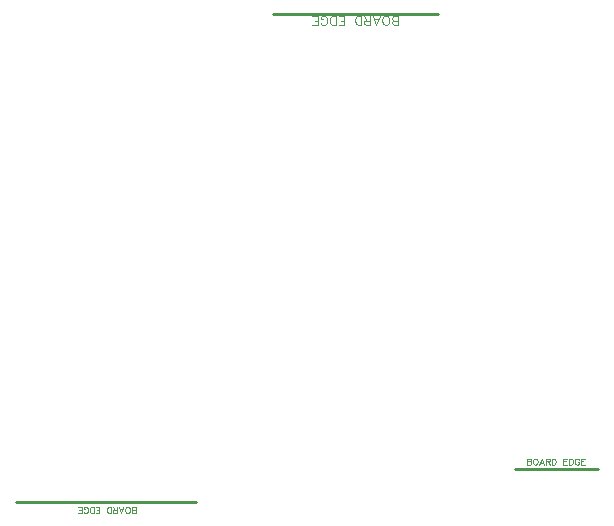
<source format=gbr>
G04 DipTrace 2.4.0.2*
%INTopAssy.gbr*%
%MOIN*%
%ADD10C,0.0098*%
%ADD12C,0.003*%
%ADD96C,0.0046*%
%FSLAX44Y44*%
G04*
G70*
G90*
G75*
G01*
%LNTopAssy*%
%LPD*%
X12492Y4151D2*
D10*
X6508D1*
X23132Y5248D2*
X25920D1*
X20584Y20418D2*
X15072D1*
X10495Y3768D2*
D12*
Y3969D1*
X10408D1*
X10380Y3960D1*
X10370Y3950D1*
X10361Y3931D1*
Y3902D1*
X10370Y3883D1*
X10380Y3874D1*
X10408Y3864D1*
X10380Y3854D1*
X10370Y3845D1*
X10361Y3826D1*
Y3807D1*
X10370Y3788D1*
X10380Y3778D1*
X10408Y3768D1*
X10495D1*
Y3864D2*
X10408D1*
X10241Y3768D2*
X10261Y3778D1*
X10280Y3797D1*
X10289Y3816D1*
X10299Y3845D1*
Y3893D1*
X10289Y3921D1*
X10280Y3941D1*
X10261Y3960D1*
X10241Y3969D1*
X10203D1*
X10184Y3960D1*
X10165Y3941D1*
X10155Y3921D1*
X10146Y3893D1*
Y3845D1*
X10155Y3816D1*
X10165Y3797D1*
X10184Y3778D1*
X10203Y3768D1*
X10241D1*
X9931Y3969D2*
X10008Y3768D1*
X10084Y3969D1*
X10055Y3902D2*
X9960D1*
X9869Y3864D2*
X9783D1*
X9754Y3854D1*
X9745Y3845D1*
X9735Y3826D1*
Y3807D1*
X9745Y3788D1*
X9754Y3778D1*
X9783Y3768D1*
X9869D1*
Y3969D1*
X9802Y3864D2*
X9735Y3969D1*
X9673Y3768D2*
Y3969D1*
X9606D1*
X9578Y3960D1*
X9558Y3941D1*
X9549Y3921D1*
X9539Y3893D1*
Y3845D1*
X9549Y3816D1*
X9558Y3797D1*
X9578Y3778D1*
X9606Y3768D1*
X9673D1*
X9159D2*
X9283D1*
Y3969D1*
X9159D1*
X9283Y3864D2*
X9207D1*
X9097Y3768D2*
Y3969D1*
X9030D1*
X9002Y3960D1*
X8982Y3941D1*
X8973Y3921D1*
X8963Y3893D1*
Y3845D1*
X8973Y3816D1*
X8982Y3797D1*
X9002Y3778D1*
X9030Y3768D1*
X9097D1*
X8758Y3816D2*
X8768Y3797D1*
X8787Y3778D1*
X8806Y3768D1*
X8844D1*
X8863Y3778D1*
X8882Y3797D1*
X8892Y3816D1*
X8902Y3845D1*
Y3893D1*
X8892Y3921D1*
X8882Y3941D1*
X8863Y3960D1*
X8844Y3969D1*
X8806D1*
X8787Y3960D1*
X8768Y3941D1*
X8758Y3921D1*
Y3893D1*
X8806D1*
X8572Y3768D2*
X8696D1*
Y3969D1*
X8572D1*
X8696Y3864D2*
X8620D1*
X23541Y5582D2*
Y5381D1*
X23627D1*
X23656Y5390D1*
X23666Y5400D1*
X23675Y5419D1*
Y5448D1*
X23666Y5467D1*
X23656Y5476D1*
X23627Y5486D1*
X23656Y5496D1*
X23666Y5505D1*
X23675Y5524D1*
Y5543D1*
X23666Y5562D1*
X23656Y5572D1*
X23627Y5582D1*
X23541D1*
Y5486D2*
X23627D1*
X23794Y5582D2*
X23775Y5572D1*
X23756Y5553D1*
X23746Y5534D1*
X23737Y5505D1*
Y5457D1*
X23746Y5429D1*
X23756Y5409D1*
X23775Y5390D1*
X23794Y5381D1*
X23833D1*
X23852Y5390D1*
X23871Y5409D1*
X23880Y5429D1*
X23890Y5457D1*
Y5505D1*
X23880Y5534D1*
X23871Y5553D1*
X23852Y5572D1*
X23833Y5582D1*
X23794D1*
X24105Y5381D2*
X24028Y5582D1*
X23952Y5381D1*
X23980Y5448D2*
X24076D1*
X24167Y5486D2*
X24253D1*
X24281Y5496D1*
X24291Y5505D1*
X24301Y5524D1*
Y5543D1*
X24291Y5562D1*
X24281Y5572D1*
X24253Y5582D1*
X24167D1*
Y5381D1*
X24234Y5486D2*
X24301Y5381D1*
X24362Y5582D2*
Y5381D1*
X24429D1*
X24458Y5390D1*
X24477Y5409D1*
X24487Y5429D1*
X24496Y5457D1*
Y5505D1*
X24487Y5534D1*
X24477Y5553D1*
X24458Y5572D1*
X24429Y5582D1*
X24362D1*
X24877D2*
X24752D1*
Y5381D1*
X24877D1*
X24752Y5486D2*
X24829D1*
X24938Y5582D2*
Y5381D1*
X25005D1*
X25034Y5390D1*
X25053Y5409D1*
X25063Y5429D1*
X25072Y5457D1*
Y5505D1*
X25063Y5534D1*
X25053Y5553D1*
X25034Y5572D1*
X25005Y5582D1*
X24938D1*
X25278Y5534D2*
X25268Y5553D1*
X25249Y5572D1*
X25230Y5582D1*
X25192D1*
X25172Y5572D1*
X25153Y5553D1*
X25144Y5534D1*
X25134Y5505D1*
Y5457D1*
X25144Y5429D1*
X25153Y5409D1*
X25172Y5390D1*
X25192Y5381D1*
X25230D1*
X25249Y5390D1*
X25268Y5409D1*
X25278Y5429D1*
Y5457D1*
X25230D1*
X25464Y5582D2*
X25339D1*
Y5381D1*
X25464D1*
X25339Y5486D2*
X25416D1*
X17264Y20036D2*
D96*
X17451D1*
Y20337D1*
X17264D1*
X17451Y20180D2*
X17336D1*
X17172Y20036D2*
Y20337D1*
X17071D1*
X17028Y20323D1*
X16999Y20294D1*
X16985Y20265D1*
X16971Y20223D1*
Y20151D1*
X16985Y20108D1*
X16999Y20079D1*
X17028Y20050D1*
X17071Y20036D1*
X17172D1*
X16663Y20108D2*
X16677Y20079D1*
X16706Y20050D1*
X16734Y20036D1*
X16792D1*
X16821Y20050D1*
X16849Y20079D1*
X16864Y20108D1*
X16878Y20151D1*
Y20223D1*
X16864Y20265D1*
X16849Y20294D1*
X16821Y20323D1*
X16792Y20337D1*
X16734D1*
X16706Y20323D1*
X16677Y20294D1*
X16663Y20265D1*
Y20223D1*
X16734D1*
X16384Y20036D2*
X16570D1*
Y20337D1*
X16384D1*
X16570Y20180D2*
X16455D1*
X19242Y20040D2*
Y20341D1*
X19113D1*
X19070Y20327D1*
X19055Y20312D1*
X19041Y20284D1*
Y20241D1*
X19055Y20212D1*
X19070Y20198D1*
X19113Y20183D1*
X19070Y20169D1*
X19055Y20154D1*
X19041Y20126D1*
Y20097D1*
X19055Y20069D1*
X19070Y20054D1*
X19113Y20040D1*
X19242D1*
Y20183D2*
X19113D1*
X18862Y20040D2*
X18891Y20054D1*
X18920Y20083D1*
X18934Y20111D1*
X18948Y20154D1*
Y20226D1*
X18934Y20269D1*
X18920Y20298D1*
X18891Y20327D1*
X18862Y20341D1*
X18805D1*
X18776Y20327D1*
X18747Y20298D1*
X18733Y20269D1*
X18719Y20226D1*
Y20154D1*
X18733Y20111D1*
X18747Y20083D1*
X18776Y20054D1*
X18805Y20040D1*
X18862D1*
X18396Y20341D2*
X18512Y20040D1*
X18626Y20341D1*
X18583Y20241D2*
X18440D1*
X18304Y20183D2*
X18175D1*
X18132Y20169D1*
X18117Y20154D1*
X18103Y20126D1*
Y20097D1*
X18117Y20069D1*
X18132Y20054D1*
X18175Y20040D1*
X18304D1*
Y20341D1*
X18203Y20183D2*
X18103Y20341D1*
X18010Y20040D2*
Y20341D1*
X17910D1*
X17867Y20327D1*
X17838Y20298D1*
X17824Y20269D1*
X17809Y20226D1*
Y20154D1*
X17824Y20111D1*
X17838Y20083D1*
X17867Y20054D1*
X17910Y20040D1*
X18010D1*
M02*

</source>
